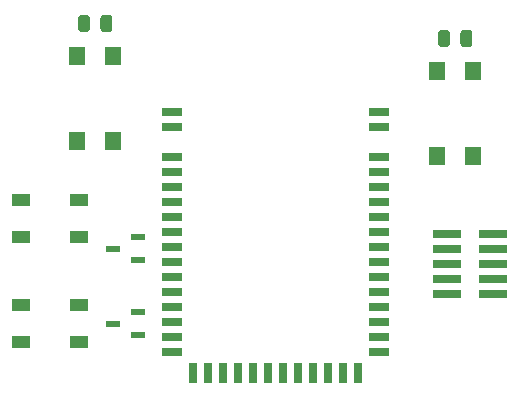
<source format=gtp>
%TF.GenerationSoftware,KiCad,Pcbnew,5.1.10-88a1d61d58~88~ubuntu20.04.1*%
%TF.CreationDate,2021-07-15T18:12:03+08:00*%
%TF.ProjectId,ble_heart,626c655f-6865-4617-9274-2e6b69636164,rev?*%
%TF.SameCoordinates,Original*%
%TF.FileFunction,Paste,Top*%
%TF.FilePolarity,Positive*%
%FSLAX46Y46*%
G04 Gerber Fmt 4.6, Leading zero omitted, Abs format (unit mm)*
G04 Created by KiCad (PCBNEW 5.1.10-88a1d61d58~88~ubuntu20.04.1) date 2021-07-15 18:12:03*
%MOMM*%
%LPD*%
G01*
G04 APERTURE LIST*
%ADD10R,1.800000X0.700000*%
%ADD11R,0.700000X1.800000*%
%ADD12R,1.400000X1.600000*%
%ADD13R,1.300000X0.600000*%
%ADD14R,2.400000X0.740000*%
%ADD15R,1.500000X1.000000*%
G04 APERTURE END LIST*
D10*
%TO.C,U1*%
X163690000Y-93880000D03*
X163690000Y-95150000D03*
X163690000Y-97690000D03*
X163690000Y-98960000D03*
X163690000Y-100230000D03*
X163690000Y-101500000D03*
X163690000Y-102770000D03*
X163690000Y-104040000D03*
X163690000Y-105310000D03*
X163690000Y-106580000D03*
X163690000Y-107850000D03*
X163690000Y-109120000D03*
X163690000Y-110390000D03*
X163690000Y-111660000D03*
X163690000Y-112930000D03*
X163690000Y-114200000D03*
D11*
X161925000Y-115950000D03*
X160655000Y-115950000D03*
X159385000Y-115950000D03*
X158115000Y-115950000D03*
X156845000Y-115950000D03*
X155575000Y-115950000D03*
X154305000Y-115950000D03*
X153035000Y-115950000D03*
X151765000Y-115950000D03*
X150495000Y-115950000D03*
X149225000Y-115950000D03*
X147955000Y-115950000D03*
D10*
X146190000Y-114200000D03*
X146190000Y-112930000D03*
X146190000Y-111660000D03*
X146190000Y-110390000D03*
X146190000Y-109120000D03*
X146190000Y-107850000D03*
X146190000Y-106580000D03*
X146190000Y-105310000D03*
X146190000Y-104040000D03*
X146190000Y-102770000D03*
X146190000Y-101500000D03*
X146190000Y-100230000D03*
X146190000Y-98960000D03*
X146190000Y-97690000D03*
X146190000Y-95150000D03*
X146190000Y-93880000D03*
%TD*%
D12*
%TO.C,SW2*%
X141200000Y-96310000D03*
X141200000Y-89110000D03*
X138200000Y-96310000D03*
X138200000Y-89110000D03*
%TD*%
%TO.C,SW1*%
X168680000Y-90380000D03*
X168680000Y-97580000D03*
X171680000Y-90380000D03*
X171680000Y-97580000D03*
%TD*%
D13*
%TO.C,Q2*%
X143290000Y-106360000D03*
X143290000Y-104460000D03*
X141190000Y-105410000D03*
%TD*%
%TO.C,Q1*%
X143290000Y-112710000D03*
X143290000Y-110810000D03*
X141190000Y-111760000D03*
%TD*%
D14*
%TO.C,J1*%
X169500000Y-104140000D03*
X173400000Y-104140000D03*
X169500000Y-105410000D03*
X173400000Y-105410000D03*
X169500000Y-106680000D03*
X173400000Y-106680000D03*
X169500000Y-107950000D03*
X173400000Y-107950000D03*
X169500000Y-109220000D03*
X173400000Y-109220000D03*
%TD*%
D15*
%TO.C,D2*%
X133440000Y-101270000D03*
X133440000Y-104470000D03*
X138340000Y-101270000D03*
X138340000Y-104470000D03*
%TD*%
%TO.C,D1*%
X133440000Y-110160000D03*
X133440000Y-113360000D03*
X138340000Y-110160000D03*
X138340000Y-113360000D03*
%TD*%
%TO.C,C2*%
G36*
G01*
X139250000Y-85885000D02*
X139250000Y-86835000D01*
G75*
G02*
X139000000Y-87085000I-250000J0D01*
G01*
X138500000Y-87085000D01*
G75*
G02*
X138250000Y-86835000I0J250000D01*
G01*
X138250000Y-85885000D01*
G75*
G02*
X138500000Y-85635000I250000J0D01*
G01*
X139000000Y-85635000D01*
G75*
G02*
X139250000Y-85885000I0J-250000D01*
G01*
G37*
G36*
G01*
X141150000Y-85885000D02*
X141150000Y-86835000D01*
G75*
G02*
X140900000Y-87085000I-250000J0D01*
G01*
X140400000Y-87085000D01*
G75*
G02*
X140150000Y-86835000I0J250000D01*
G01*
X140150000Y-85885000D01*
G75*
G02*
X140400000Y-85635000I250000J0D01*
G01*
X140900000Y-85635000D01*
G75*
G02*
X141150000Y-85885000I0J-250000D01*
G01*
G37*
%TD*%
%TO.C,C1*%
G36*
G01*
X170630000Y-88105000D02*
X170630000Y-87155000D01*
G75*
G02*
X170880000Y-86905000I250000J0D01*
G01*
X171380000Y-86905000D01*
G75*
G02*
X171630000Y-87155000I0J-250000D01*
G01*
X171630000Y-88105000D01*
G75*
G02*
X171380000Y-88355000I-250000J0D01*
G01*
X170880000Y-88355000D01*
G75*
G02*
X170630000Y-88105000I0J250000D01*
G01*
G37*
G36*
G01*
X168730000Y-88105000D02*
X168730000Y-87155000D01*
G75*
G02*
X168980000Y-86905000I250000J0D01*
G01*
X169480000Y-86905000D01*
G75*
G02*
X169730000Y-87155000I0J-250000D01*
G01*
X169730000Y-88105000D01*
G75*
G02*
X169480000Y-88355000I-250000J0D01*
G01*
X168980000Y-88355000D01*
G75*
G02*
X168730000Y-88105000I0J250000D01*
G01*
G37*
%TD*%
M02*

</source>
